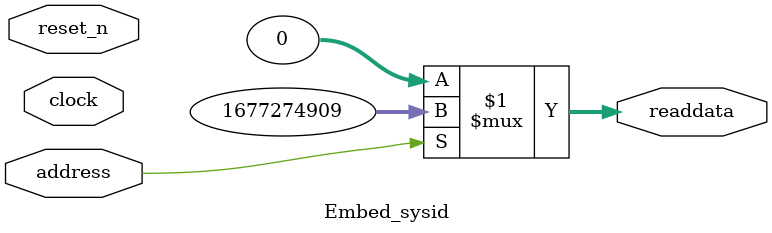
<source format=v>



// synthesis translate_off
`timescale 1ns / 1ps
// synthesis translate_on

// turn off superfluous verilog processor warnings 
// altera message_level Level1 
// altera message_off 10034 10035 10036 10037 10230 10240 10030 

module Embed_sysid (
               // inputs:
                address,
                clock,
                reset_n,

               // outputs:
                readdata
             )
;

  output  [ 31: 0] readdata;
  input            address;
  input            clock;
  input            reset_n;

  wire    [ 31: 0] readdata;
  //control_slave, which is an e_avalon_slave
  assign readdata = address ? 1677274909 : 0;

endmodule



</source>
